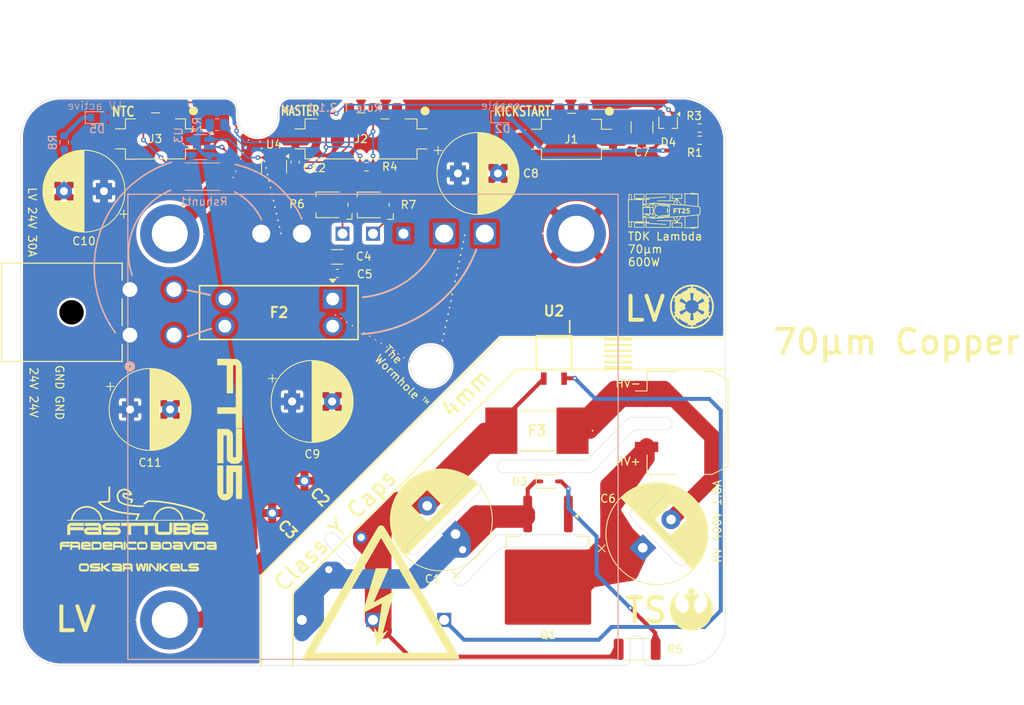
<source format=kicad_pcb>
(kicad_pcb
	(version 20240108)
	(generator "pcbnew")
	(generator_version "8.0")
	(general
		(thickness 1.67)
		(legacy_teardrops no)
	)
	(paper "A4")
	(layers
		(0 "F.Cu" mixed)
		(31 "B.Cu" mixed)
		(32 "B.Adhes" user "B.Adhesive")
		(33 "F.Adhes" user "F.Adhesive")
		(34 "B.Paste" user)
		(35 "F.Paste" user)
		(36 "B.SilkS" user "B.Silkscreen")
		(37 "F.SilkS" user "F.Silkscreen")
		(38 "B.Mask" user)
		(39 "F.Mask" user)
		(40 "Dwgs.User" user "User.Drawings")
		(41 "Cmts.User" user "User.Comments")
		(42 "Eco1.User" user "User.Eco1")
		(43 "Eco2.User" user "User.Eco2")
		(44 "Edge.Cuts" user)
		(45 "Margin" user)
		(46 "B.CrtYd" user "B.Courtyard")
		(47 "F.CrtYd" user "F.Courtyard")
		(48 "B.Fab" user)
		(49 "F.Fab" user)
		(50 "User.1" user)
		(51 "User.2" user)
		(52 "User.3" user)
		(53 "User.4" user)
		(54 "User.5" user)
		(55 "User.6" user)
		(56 "User.7" user)
		(57 "User.8" user)
		(58 "User.9" user)
	)
	(setup
		(stackup
			(layer "F.SilkS"
				(type "Top Silk Screen")
			)
			(layer "F.Paste"
				(type "Top Solder Paste")
			)
			(layer "F.Mask"
				(type "Top Solder Mask")
				(thickness 0.01)
			)
			(layer "F.Cu"
				(type "copper")
				(thickness 0.07)
			)
			(layer "dielectric 1"
				(type "core")
				(thickness 1.51)
				(material "FR4")
				(epsilon_r 4.5)
				(loss_tangent 0.02)
			)
			(layer "B.Cu"
				(type "copper")
				(thickness 0.07)
			)
			(layer "B.Mask"
				(type "Bottom Solder Mask")
				(thickness 0.01)
			)
			(layer "B.Paste"
				(type "Bottom Solder Paste")
			)
			(layer "B.SilkS"
				(type "Bottom Silk Screen")
			)
			(copper_finish "None")
			(dielectric_constraints no)
		)
		(pad_to_mask_clearance 0)
		(allow_soldermask_bridges_in_footprints no)
		(pcbplotparams
			(layerselection 0x00010fc_ffffffff)
			(plot_on_all_layers_selection 0x0000000_00000000)
			(disableapertmacros no)
			(usegerberextensions no)
			(usegerberattributes yes)
			(usegerberadvancedattributes yes)
			(creategerberjobfile no)
			(dashed_line_dash_ratio 12.000000)
			(dashed_line_gap_ratio 3.000000)
			(svgprecision 4)
			(plotframeref no)
			(viasonmask no)
			(mode 1)
			(useauxorigin yes)
			(hpglpennumber 1)
			(hpglpenspeed 20)
			(hpglpendiameter 15.000000)
			(pdf_front_fp_property_popups yes)
			(pdf_back_fp_property_popups yes)
			(dxfpolygonmode yes)
			(dxfimperialunits yes)
			(dxfusepcbnewfont yes)
			(psnegative no)
			(psa4output no)
			(plotreference yes)
			(plotvalue no)
			(plotfptext yes)
			(plotinvisibletext no)
			(sketchpadsonfab no)
			(subtractmaskfromsilk yes)
			(outputformat 1)
			(mirror no)
			(drillshape 0)
			(scaleselection 1)
			(outputdirectory "gerber/")
		)
	)
	(net 0 "")
	(net 1 "/-VIN")
	(net 2 "GND")
	(net 3 "Net-(D4-Pad3)")
	(net 4 "/+VIN")
	(net 5 "+3V3")
	(net 6 "/LV+")
	(net 7 "/3V_buttoncell")
	(net 8 "/TEMP_TSDCDC")
	(net 9 "/HV-in")
	(net 10 "/HV+in")
	(net 11 "/G")
	(net 12 "/~{EN}")
	(net 13 "/LV-")
	(net 14 "/LV_I_measure")
	(net 15 "/I_meas_weak")
	(net 16 "/+S")
	(net 17 "/TRM")
	(net 18 "Net-(D2-A)")
	(net 19 "Net-(D5-K)")
	(net 20 "/Vout+")
	(net 21 "Net-(R3-Pad2)")
	(footprint "Capacitor_SMD:C_1210_3225Metric" (layer "F.Cu") (at 177.6 64.721001 -90))
	(footprint "Resistor_SMD:R_0603_1608Metric" (layer "F.Cu") (at 184.8 64.8))
	(footprint "footprints:VY1471M29Y5UC63V0" (layer "F.Cu") (at 131.388932 112.962876 -45))
	(footprint "footprints:rebellion" (layer "F.Cu") (at 183.77 124.93))
	(footprint "FaSTTUBe_connectors:Micro_Mate-N-Lok_2p_vertical" (layer "F.Cu") (at 168.783 66.21))
	(footprint "Potentiometer_SMD:Potentiometer_Bourns_TC33X_Vertical" (layer "F.Cu") (at 143.92 74.42 180))
	(footprint "Capacitor_THT:CP_Radial_D12.5mm_P5.00mm" (layer "F.Cu") (at 154.3 115.584177 135))
	(footprint "Capacitor_THT:CP_Radial_D10.0mm_P5.00mm" (layer "F.Cu") (at 110.367678 72.7 180))
	(footprint "footprints:9775031360R" (layer "F.Cu") (at 118.59 78.03 180))
	(footprint "LOGO"
		(layer "F.Cu")
		(uuid "36ea3436-548e-4414-bac1-a7348850c228")
		(at 180.33 75.14)
		(property "Reference" "G***"
			(at 0 0 0)
			(layer "F.SilkS")
			(hide yes)
			(uuid "f973503b-fa37-47d9-b20f-d30676bb0e6c")
			(effects
				(font
					(size 1.5 1.5)
					(thickness 0.3)
				)
			)
		)
		(property "Value" "LOGO"
			(at 0.75 0 0)
			(layer "F.SilkS")
			(hide yes)
			(uuid "6387be7f-2b16-465c-8f89-140f5aa812b4")
			(effects
				(font
					(size 1.5 1.5)
					(thickness 0.3)
				)
			)
		)
		(property "Footprint" ""
			(at 0 0 0)
			(layer "F.Fab")
			(hide yes)
			(uuid "715f4f07-c5d3-4aaf-84cf-940e9c524073")
			(effects
				(font
					(size 1.27 1.27)
					(thickness 0.15)
				)
			)
		)
		(property "Datasheet" ""
			(at 0 0 0)
			(layer "F.Fab")
			(hide yes)
			(uuid "41393a24-4ba8-4af2-84c5-5556a5cd9241")
			(effects
				(font
					(size 1.27 1.27)
					(thickness 0.15)
				)
			)
		)
		(property "Description" ""
			(at 0 0 0)
			(layer "F.Fab")
			(hide yes)
			(uuid "47d9374d-4d87-4be0-875b-3451ee135b5f")
			(effects
				(font
					(size 1.27 1.27)
					(thickness 0.15)
				)
			)
		)
		(attr board_only exclude_from_pos_files exclude_from_bom)
		(fp_poly
			(pts
				(xy 2.210106 -0.240934) (xy 2.210106 -0.176067) (xy 2.115122 -0.176067) (xy 2.020138 -0.176067)
				(xy 2.020138 0.088034) (xy 2.020138 0.352134) (xy 1.948322 0.352134) (xy 1.876505 0.352134) (xy 1.876505 0.088034)
				(xy 1.876505 -0.176067) (xy 1.781521 -0.176067) (xy 1.686538 -0.176067) (xy 1.686538 -0.240935)
				(xy 1.686537 -0.305801) (xy 1.948322 -0.305801) (xy 2.210106 -0.305801)
			)
			(stroke
				(width 0)
				(type solid)
			)
			(fill solid)
			(layer "F.SilkS")
			(uuid "7df8e5e8-4ee8-444f-be4a-2fc6df64b466")
		)
		(fp_poly
			(pts
				(xy 1.644837 -0.238617) (xy 1.644837 -0.171435) (xy 1.49657 -0.171434) (xy 1.348303 -0.171434) (xy 1.348303 -0.10425)
				(xy 1.348303 -0.037067) (xy 1.484987 -0.037067) (xy 1.621671 -0.037067) (xy 1.621671 0.030116) (xy 1.621671 0.0973)
				(xy 1.484987 0.0973) (xy 1.348303 0.0973) (xy 1.348303 0.224717) (xy 1.348303 0.352134) (xy 1.27417 0.352134)
				(xy 1.200036 0.352134) (xy 1.200036 0.023167) (xy 1.200037 -0.305801) (xy 1.422437 -0.305801) (xy 1.644836 -0.305801)
			)
			(stroke
				(width 0)
				(type solid)
			)
			(fill solid)
			(layer "F.SilkS")
			(uuid "79488fa3-17fb-4e16-b5f3-2b64540a352f")
		)
		(fp_poly
			(pts
				(xy 2.532179 -0.312678) (xy 2.576155 -0.304473) (xy 2.614922 -0.2894) (xy 2.648 -0.267744) (xy 2.67491 -0.239793)
				(xy 2.695172 -0.205832) (xy 2.704208 -0.181813) (xy 2.708716 -0.159076) (xy 2.7108 -0.130942) (xy 2.71048 -0.100955)
				(xy 2.707773 -0.072656) (xy 2.703574 -0.052464) (xy 2.698715 -0.037255) (xy 2.692926 -0.02316) (xy 2.685517 -0.009402)
				(xy 2.675798 0.004797) (xy 2.663078 0.020215) (xy 2.646666 0.037632) (xy 2.625872 0.057823) (xy 2.600005 0.081568)
				(xy 2.568374 0.109644) (xy 2.53029 0.142829) (xy 2.529931 0.14314) (xy 2.430439 0.229351) (xy 2.575106 0.230575)
				(xy 2.719774 0.231799) (xy 2.719774 0.291967) (xy 2.719774 0.352134) (xy 2.490308 0.352134) (xy 2.260843 0.352134)
				(xy 2.262116 0.277056) (xy 2.263389 0.201979) (xy 2.356056 0.119177) (xy 2.402943 0.077122) (xy 2.443117 0.04073)
				(xy 2.476929 0.009665) (xy 2.504727 -0.016408) (xy 2.526863 -0.037827) (xy 2.543685 -0.054929) (xy 2.555544 -0.06805)
				(xy 2.562789 -0.077524) (xy 2.565176 -0.081851) (xy 2.5716 -0.10729) (xy 2.569746 -0.130812) (xy 2.56056 -0.15134)
				(xy 2.544994 -0.167801) (xy 2.523994 -0.179121) (xy 2.49851 -0.184225) (xy 2.475724 -0.18314) (xy 2.452963 -0.175273)
				(xy 2.433454 -0.159912) (xy 2.418912 -0.1387) (xy 2.413064 -0.123046) (xy 2.407173 -0.101018) (xy 2.367714 -0.103927)
				(xy 2.344598 -0.10571) (xy 2.320508 -0.107692) (xy 2.30031 -0.109471) (xy 2.298702 -0.109622) (xy 2.269145 -0.112408)
				(xy 2.272093 -0.14061) (xy 2.280459 -0.177948) (xy 2.296913 -0.213524) (xy 2.320278 -0.245457) (xy 2.349375 -0.271863)
				(xy 2.357833 -0.277654) (xy 2.388158 -0.29404) (xy 2.420755 -0.305158) (xy 2.458064 -0.31171) (xy 2.483473 -0.313727)
			)
			(stroke
				(width 0)
				(type solid)
			)
			(fill solid)
			(layer "F.SilkS")
			(uuid "c06ae400-d6b0-4739-b2a0-6d35249e5efc")
		)
		(fp_poly
			(pts
				(xy 3.243342 -0.245567) (xy 3.243342 -0.185334) (xy 3.111291 -0.185334) (xy 2.979241 -0.185333)
				(xy 2.979241 -0.135525) (xy 2.979241 -0.085718) (xy 3.035999 -0.085703) (xy 3.075658 -0.084189)
				(xy 3.108746 -0.079239) (xy 3.137528 -0.070212) (xy 3.16427 -0.05647) (xy 3.181956 -0.044466) (xy 3.203555 -0.026318)
				(xy 3.221029 -0.006004) (xy 3.236416 0.019128) (xy 3.246178 0.039116) (xy 3.254238 0.063529) (xy 3.259574 0.09369)
				(xy 3.261941 0.126422) (xy 3.261098 0.158544) (xy 3.257324 0.184609) (xy 3.244399 0.223685) (xy 3.224208 0.260227)
				(xy 3.198098 0.292412) (xy 3.167418 0.318418) (xy 3.150847 0.328502) (xy 3.111135 0.345164) (xy 3.066727 0.356095)
				(xy 3.020478 0.360938) (xy 2.975243 0.359334) (xy 2.945754 0.354196) (xy 2.903627 0.339619) (xy 2.867264 0.317857)
				(xy 2.836999 0.289211) (xy 2.813163 0.253981) (xy 2.79881 0.220868) (xy 2.79432 0.207035) (xy 2.791744 0.197519)
				(xy 2.791552 0.194601) (xy 2.796444 0.193609) (xy 2.808775 0.190877) (xy 2.826961 0.186759) (xy 2.849416 0.181613)
				(xy 2.863407 0.178384) (xy 2.887539 0.172819) (xy 2.908262 0.168078) (xy 2.924002 0.164518) (xy 2.933186 0.162495)
				(xy 2.934883 0.162167) (xy 2.937199 0.166065) (xy 2.941475 0.175947) (xy 2.943919 0.182163) (xy 2.957618 0.206359)
				(xy 2.976856 0.224378) (xy 2.999977 0.235881) (xy 3.025322 0.240528) (xy 3.051235 0.23798) (xy 3.076057 0.227898)
				(xy 3.095075 0.213134) (xy 3.111612 0.190456) (xy 3.120769 0.164235) (xy 3.12262 0.136431) (xy 3.117245 0.108995)
				(xy 3.10472 0.083886) (xy 3.089275 0.066498) (xy 3.070671 0.05315) (xy 3.049056 0.043822) (xy 3.022749 0.038071)
				(xy 2.990066 0.035457) (xy 2.969974 0.03519) (xy 2.940708 0.035905) (xy 2.915232 0.038169) (xy 2.889963 0.042519)
				(xy 2.861313 0.04949) (xy 2.845988 0.053732) (xy 2.835519 0.056704) (xy 2.838042 -0.086323) (xy 2.838768 -0.123978)
				(xy 2.83959 -0.160526) (xy 2.840463 -0.194417) (xy 2.841344 -0.224098) (xy 2.842188 -0.248021) (xy 2.842954 -0.264633)
				(xy 2.843135 -0.267576) (xy 2.845706 -0.305801) (xy 3.044525 -0.305801) (xy 3.243342 -0.305801)
			)
			(stroke
				(width 0)
				(type solid)
			)
			(fill solid)
			(layer "F.SilkS")
			(uuid "5a963cb9-9510-4127-9f96-127e7c222fca")
		)
		(fp_poly
			(pts
				(xy 3.38727 -2.232811) (xy 3.40086 -2.231479) (xy 3.422092 -2.229358) (xy 3.450178 -2.22653) (xy 3.484329 -2.223073)
				(xy 3.523759 -2.219069) (xy 3.567678 -2.214599) (xy 3.615297 -2.209743) (xy 3.66583 -2.204582) (xy 3.718489 -2.199197)
				(xy 3.772484 -2.193667) (xy 3.827029 -2.188075) (xy 3.881335 -2.182501) (xy 3.934614 -2.177024)
				(xy 3.986077 -2.171727) (xy 4.034939 -2.166689) (xy 4.080407 -2.161992) (xy 4.121698 -2.157716)
				(xy 4.158021 -2.153941) (xy 4.188587 -2.150748) (xy 4.200017 -2.149547) (xy 4.234253 -2.145885)
				(xy 4.265408 -2.142435) (xy 4.292316 -2.139335) (xy 4.31381 -2.136726) (xy 4.328722 -2.134745) (xy 4.335885 -2.133532)
				(xy 4.336334 -2.133359) (xy 4.336533 -2.128574) (xy 4.336655 -2.115023) (xy 4.336705 -2.093209)
				(xy 4.336684 -2.063633) (xy 4.336595 -2.026795) (xy 4.33644 -1.983198) (xy 4.336223 -1.933343) (xy 4.335944 -1.877731)
				(xy 4.335608 -1.816864) (xy 4.335216 -1.751243) (xy 4.33477 -1.681369) (xy 4.334273 -1.607743) (xy 4.333728 -1.530869)
				(xy 4.333136 -1.451244) (xy 4.332871 -1.416624) (xy 4.332241 -1.334602) (xy 4.331634 -1.254271)
				(xy 4.33105 -1.176204) (xy 4.330496 -1.10097) (xy 4.329976 -1.029142) (xy 4.329492 -0.961291) (xy 4.329052 -0.897987)
				(xy 4.328655 -0.839801) (xy 4.328308 -0.787305) (xy 4.328013 -0.741071) (xy 4.327776 -0.701668)
				(xy 4.327599 -0.669669) (xy 4.327487 -0.645643) (xy 4.327444 -0.630164) (xy 4.327444 -0.627586)
				(xy 4.327545 -0.55322) (xy 4.37377 -0.54809) (xy 4.419996 -0.542959) (xy 4.484971 -0.483626) (xy 4.505281 -0.464833)
				(xy 4.522986 -0.44798) (xy 4.537024 -0.434118) (xy 4.546333 -0.424295) (xy 4.54985 -0.419562) (xy 4.549855 -0.419489)
				(xy 4.550293 -0.414027) (xy 4.551582 -0.400285) (xy 4.55363 -0.379199) (xy 4.556344 -0.351708) (xy 4.55963 -0.31875)
				(xy 4.563396 -0.281261) (xy 4.567548 -0.240179) (xy 4.571355 -0.202709) (xy 4.592945 0.009267) (xy 4.571355 0.221242)
				(xy 4.566945 0.264663) (xy 4.562841 0.305296) (xy 4.559137 0.342206) (xy 4.555926 0.374453) (xy 4.553301 0.401102)
				(xy 4.551353 0.421213) (xy 4.550178 0.433849) (xy 4.549855 0.438022) (xy 4.546612 0.442512) (xy 4.537531 0.452137)
				(xy 4.523674 0.465847) (xy 4.506105 0.482593) (xy 4.485885 0.501324) (xy 4.484971 0.50216) (xy 4.419997 0.561493)
				(xy 4.373769 0.566623) (xy 4.327545 0.571753) (xy 4.327444 0.646119) (xy 4.327469 0.65926) (xy 4.327563 0.681097)
				(xy 4.327723 0.711058) (xy 4.327945 0.748571) (xy 4.328225 0.793067) (xy 4.328559 0.843974) (xy 4.328943 0.90072)
				(xy 4.329373 0.962734) (xy 4.329846 1.029446) (xy 4.330356 1.100286) (xy 4.330901 1.17468) (xy 4.331477 1.252059)
				(xy 4.332079 1.33185) (xy 4.332704 1.413485) (xy 4.332871 1.435157) (xy 4.333481 1.5158) (xy 4.334047 1.593906)
				(xy 4.334564 1.668978) (xy 4.335032 1.740512) (xy 4.335447 1.808006) (xy 4.335808 1.870958) (xy 4.336111 1.928869)
				(xy 4.336355 1.981237) (xy 4.336537 2.02756) (xy 4.336653 2.067337) (xy 4.336704 2.100067) (xy 4.336685 2.125248)
				(xy 4.336594 2.142379) (xy 4.336429 2.150958) (xy 4.336335 2.151893) (xy 4.331377 2.152884) (xy 4.318367 2.15468)
				(xy 4.298472 2.157138) (xy 4.272859 2.160123) (xy 4.242694 2.163495) (xy 4.209148 2.167117) (xy 4.200017 2.168082)
				(xy 4.172233 2.170992) (xy 4.138346 2.174521) (xy 4.099146 2.178586) (xy 4.055419 2.183108) (xy 4.007954 2.188005)
				(xy 3.957539 2.193199) (xy 3.904962 2.198607) (xy 3.851011 2.204148) (xy 3.796475 2.209742) (xy 3.742141 2.215309)
				(xy 3.688796 2.220768) (xy 3.63723 2.226037) (xy 3.588231 2.231037) (xy 3.542586 2.235687) (xy 3.501083 2.239906)
				(xy 3.464512 2.243614) (xy 3.433658 2.246729) (xy 3.409312 2.249172) (xy 3.39226 2.250859) (xy 3.383291 2.251715)
				(xy 3.382109 2.251806) (xy 3.380255 2.247528) (xy 3.378178 2.23608) (xy 3.376217 2.219545) (xy 3.37545 2.210835)
				(xy 3.3736 2.191763) (xy 3.371439 2.175942) (xy 3.369333 2.165869) (xy 3.368582 2.163999) (xy 3.368194 2.163123)
				(xy 3.367841 2.162336) (xy 3.367055 2.161657) (xy 3.365358 2.161104) (xy 3.362276 2.160697) (xy 3.357337 2.160453)
				(xy 3.350069 2.160392) (xy 3.339994 2.160532) (xy 3.32664 2.16089) (xy 3.309536 2.161487) (xy 3.288204 2.162341)
				(xy 3.26217 2.16347) (xy 3.230964 2.164892) (xy 3.19411 2.166627) (xy 3.151135 2.168692) (xy 3.101565 2.171107)
				(xy 3.044926 2.17389) (xy 2.980744 2.177059) (xy 2.908545 2.180634) (xy 2.827857 2.184632) (xy 2.773776 2.187311)
				(xy 2.723126 2.189773) (xy 2.675244 2.19201) (xy 2.630927 2.19399) (xy 2.590972 2.195683) (xy 2.556177 2.197057)
				(xy 2.52734 2.198081) (xy 2.505257 2.198724) (xy 2.490727 2.198954) (xy 2.484548 2.198738) (xy 2.484397 2.198675)
				(xy 2.482972 2.193086) (xy 2.4815 2.180449) (xy 2.480208 2.162975) (xy 2.479683 2.152716) (xy 2.477796 2.109587)
				(xy 2.502643 2.106603) (xy 2.520245 2.105084) (xy 2.542271 2.103995) (xy 2.563398 2.103579) (xy 2.599307 2.103539)
				(xy 2.599205 2.03983) (xy 2.599136 2.026958) (xy 2.59896 2.005475) (xy 2.598682 1.976034) (xy 2.598313 1.939289)
				(xy 2.597857 1.895895) (xy 2.597323 1.846507) (xy 2.596718 1.791777) (xy 2.596049 1.732363) (xy 2.595323 1.668916)
				(xy 2.594547 1.602089) (xy 2.593729 1.53254) (xy 2.592876 1.460921) (xy 2.592357 1.417804) (xy 2.591488 1.345622)
				(xy 2.590651 1.275356) (xy 2.589851 1.207638) (xy 2.589097 1.143098) (xy 2.588395 1.08237) (xy 2.587752 1.026085)
				(xy 2.587175 0.974875) (xy 2.586672 0.929372) (xy 2.58625 0.890208) (xy 2.585916 0.858015) (xy 2.585677 0.833425)
				(xy 2.585539 0.817069) (xy 2.585508 0.811266) (xy 2.585407 0.763045) (xy 2.477681 0.76615) (xy 2.420738 0.767807)
				(xy 2.372367 0.769264) (xy 2.331872 0.770562) (xy 2.298559 0.771745) (xy 2.271738 0.772854) (xy 2.250712 0.773931)
				(xy 2.234789 0.775018) (xy 2.223275 0.776158) (xy 2.215478 0.777392) (xy 2.210703 0.778764) (xy 2.208257 0.780313)
				(xy 2.207447 0.782084) (xy 2.207419 0.782564) (xy 2.204733 0.787317) (xy 2.196946 0.798996) (xy 2.184444 0.817061)
				(xy 2.167617 0.84097) (xy 2.146849 0.870183) (xy 2.122527 0.90416) (xy 2.09504 0.94236) (xy 2.064773 0.984242)
				(xy 2.032115 1.029266) (xy 1.99745 1.07689) (xy 1.961168 1.126575) (xy 1.960005 1.128165) (xy 1.923623 1.177986)
				(xy 1.888809 1.225823) (xy 1.855956 1.271128) (xy 1.825453 1.313354) (xy 1.797694 1.351955) (xy 1.773068 1.386383)
				(xy 1.751966 1.416092) (xy 1.734781 1.440534) (xy 1.721903 1.459162) (xy 1.713724 1.47143) (xy 1.710635 1.47679)
				(xy 1.710627 1.476824) (xy 1.708624 1.487304) (xy 2.003382 1.487304) (xy 2.298139 1.487304) (xy 2.298144 1.583446)
				(xy 2.298213 1.608384) (xy 2.298406 1.641116) (xy 2.29871 1.680174) (xy 2.299111 1.724089) (xy 2.299595 1.771389)
				(xy 2.300147 1.820606) (xy 2.300755 1.870268) (xy 2.301218 1.905463) (xy 2.304286 2.131339) (xy 1.647305 2.131339)
				(xy 0.990323 2.131339) (xy 0.993195 2.113964) (xy 0.993689 2.106417) (xy 0.994158 2.090423) (xy 0.994594 2.066805)
				(xy 0.99496 2.038672) (xy 1.08875 2.038672) (xy 1.647111 2.038672) (xy 2.205472 2.038672) (xy 2.205472 1.809321)
				(xy 2.205472 1.579971) (xy 1.656421 1.579199) (xy 1.585739 1.579096) (xy 1.517565 1.578991) (xy 1.452484 1.578885)
				(xy 1.391074 1.578779) (xy 1.333918 1.578675) (xy 1.281595 1.578571) (xy 1.234689 1.578472) (xy 1.193778 1.578378)
				(xy 1.159447 1.57829) (xy 1.132272 1.578209) (xy 1.112838 1.578137) (xy 1.101725 1.578074) (xy 1.099261 1.57804)
				(xy 1.097423 1.578408) (xy 1.095875 1.580202) (xy 1.094589 1.584173) (xy 1.093535 1.591074) (xy 1.092682 1.601656)
				(xy 1.091999 1.61667) (xy 1.091456 1.636869) (xy 1.091023 1.663004) (xy 1.090669 1.695827) (xy 1.090364 1.736087)
				(xy 1.090077 1.784539) (xy 1.089951 1.808163) (xy 1.08875 2.038672) (xy 0.99496 2.038672) (xy 0.99499 2.036382)
				(xy 0.995338 1.999975) (xy 0.995631 1.958404) (xy 0.995862 1.912492) (xy 0.996024 1.863057) (xy 0.996108 1.810921)
				(xy 0.996118 1.78963) (xy 0.996169 1.482671) (xy 1.242123 1.482671) (xy 1.291787 1.482595) (xy 1.337431 1.482378)
				(xy 1.378334 1.48203) (xy 1.413769 1.481564) (xy 1.443013 1.480992) (xy 1.465339 1.480327) (xy 1.480024 1.47958)
				(xy 1.486341 1.478764) (xy 1.486531 1.478558) (xy 1.484152 1.47334) (xy 1.478357 1.461039) (xy 1.469747 1.442919)
				(xy 1.458926 1.420247) (xy 1.446495 1.394288) (xy 1.441011 1.382862) (xy 1.397037 1.291279) (xy 1.283478 1.294298)
				(xy 1.249685 1.295057) (xy 1.208904 1.295746) (xy 1.163413 1.296342) (xy 1.11549 1.296818) (xy 1.067413 1.297151)
				(xy 1.021462 1.297314) (xy 1.006594 1.297327) (xy 0.843269 1.297337) (xy 0.843269 1.721288) (xy 0.843269 2.145239)
				(xy -0.708148 2.145239) (xy -2.259563 2.145239) (xy -2.262634 1.935978) (xy -2.263315 1.886185)
				(xy -2.263944 1.833688) (xy -2.264503 1.780411) (xy -2.264976 1.728276) (xy -2.265345 1.679207)
				(xy -2.265592 1.635127) (xy -2.265702 1.59796) (xy -2.265706 1.590794) (xy -2.265739 1.55167) (xy -2.265876 1.520834)
				(xy -2.266173 1.497306) (xy -2.266692 1.480108) (xy -2.26749 1.46826) (xy -2.268626 1.460783) (xy -2.270157 1.456697)
				(xy -2.272141 1.455025) (xy -2.273814 1.454766) (xy -2.280294 1.454537) (xy -2.294854 1.453935)
				(xy -2.316319 1.453013) (xy -2.343512 1.451821) (xy -2.37526 1.450411) (xy -2.410382 1.448834) (xy -2.43019 1.447939)
				(xy -2.468142 1.446262) (xy -2.504686 1.44473) (xy -2.538371 1.443397) (xy -2.567745 1.442318) (xy -2.591357 1.441547)
				(xy -2.607758 1.441142) (xy -2.612049 1.441093) (xy -2.64564 1.44097) (xy -2.64564 1.468771) (xy -2.645639 1.496571)
				(xy -2.525331 1.496571) (xy -2.405021 1.496571) (xy -2.403705 1.805846) (xy -2.403515 1.858546)
				(xy -2.403401 1.908502) (xy -2.40336 1.954946) (xy -2.40339 1.997109) (xy -2.403489 2.034222) (xy -2.403653 2.065515)
				(xy -2.403881 2.090221) (xy -2.404171 2.107569) (xy -2.404518 2.116791) (xy -2.404706 2.118106)
				(xy -2.409529 2.11848) (xy -2.423095 2.118886) (xy -2.44488 2.119321) (xy -2.474362 2.119778) (xy -2.511016 2.120253)
				(xy -2.554319 2.12074) (xy -2.603749 2.121235) (xy -2.658781 2.121732) (xy -2.718891 2.122227) (xy -2.783558 2.122715)
				(xy -2.852257 2.12319) (xy -2.924462 2.123648) (xy -2.999654 2.124083) (xy -3.0638 2.124423) (xy -3.720577 2.127757)
				(xy -3.720577 1.81448) (xy -3.720577 1.593871) (xy -3.62791 1.593871) (xy -3.62791 1.814711) (xy -3.62791 2.03555)
				(xy -3.411698 2.032478) (xy -3.369215 2.031948) (xy -3.31891 2.031448) (xy -3.262228 2.030984) (xy -3.200615 2.030565)
				(xy -3.135516 2.030198) (xy -3.068375 2.029891) (xy -3.000637 2.029653) (xy -2.933749 2.02949) (xy -2.869154 2.029412)
				(xy -2.846385 2.029405) (xy -2.497283 2.029405) (xy -2.498486 1.81048) (xy -2.49969 1.591554) (xy -2.537915 1.591676)
				(xy -2.547579 1.591701) (xy -2.565869 1.591743) (xy -2.592146 1.591801) (xy -2.62577 1.591872) (xy -2.666099 1.591957)
				(xy -2.712496 1.592053) (xy -2.764319 1.592159) (xy -2.820929 1.592274) (xy -2.881685 1.592396)
				(xy -2.945948 1.592525) (xy -3.013077 1.592659) (xy -3.082432 1.592796) (xy -3.102025 1.592834)
				(xy -3.62791 1.593871) (xy -3.720577 1.593871) (xy -3.720577 1.501204) (xy -3.654551 1.501183) (xy -3.624666 1.500936)
				(xy -3.592334 1.500279) (xy -3.561481 1.499312) (xy -3.536401 1.498158) (xy -3.484276 1.495155)
				(xy -3.484276 1.468063) (xy -3.484276 1.44097) (xy -3.740716 1.44097) (xy -3.997156 1.44097) (xy -4.000524 1.764101)
				(xy -4.001097 1.817922) (xy -4.001663 1.868962) (xy -4.002214 1.916476) (xy -4.002738 1.959718)
				(xy -4.003227 1.997942) (xy -4.00367 2.030405) (xy -4.004058 2.056359) (xy -4.004382 2.07506) (xy -4.004631 2.085762)
				(xy -4.004755 2.088096) (xy -4.009616 2.088576) (xy -4.02259 2.089168) (xy -4.042528 2.089847) (xy -4.068278 2.090589)
				(xy -4.098689 2.091373) (xy -4.132609 2.092176) (xy -4.168888 2.092974) (xy -4.206373 2.093745)
				(xy -4.243913 2.094466) (xy -4.28036 2.095114) (xy -4.314559 2.095667) (xy -4.34536 2.096101) (xy -4.371612 2.096393)
				(xy -4.392163 2.096521) (xy -4.405862 2.096463) (xy -4.411559 2.096194) (xy -4.41163 2.096166) (xy -4.412287 2.091243)
				(xy -4.412909 2.077802) (xy -4.413489 2.056593) (xy -4.414016 2.028365) (xy -4.414482 1.993867)
				(xy -4.414878 1.953848) (xy -4.415193 1.909058) (xy -4.415422 1.860246) (xy -4.415551 1.808161)
				(xy -4.415578 1.769665) (xy -4.415578 1.445919) (xy -4.322912 1.44592) (xy -4.322911 1.632667) (xy -4.32283 1.677998)
				(xy -4.322597 1.724363) (xy -4.322233 1.770035) (xy -4.321755 1.813286) (xy -4.321184 1.852391)
				(xy -4.320538 1.885623) (xy -4.319861 1.910511) (xy -4.31681 2.001605) (xy -4.27237 2.001588) (xy -4.250095 2.001348)
				(xy -4.222113 2.000707) (xy -4.191967 1.999762) (xy -4.163205 1.99861) (xy -4.162654 1.998585) (xy -4.09738 1.995599)
				(xy -4.094329 1.722449) (xy -4.093807 1.672987) (xy -4.093375 1.626306) (xy -4.093037 1.583227)
				(xy -4.092796 1.544568) (xy -4.092653 1.51115) (xy -4.092615 1.483793) (xy -4.092685 1.463316) (xy -4.092866 1.450539)
				(xy -4.09313 1.446294) (xy -4.09808 1.445515) (xy -4.111021 1.444917) (xy -4.130668 1.444519) (xy -4.155749 1.444338)
				(xy -4.184984 1.444394) (xy -4.208947 1.444604) (xy -4.322912 1.44592) (xy -4.415578 1.445919) (xy -4.415578 1.445604)
				(xy -4.44609 1.445604) (xy -4.476601 1.445603) (xy -4.472918 1.340195) (xy -4.472551 1.32484) (xy -4.472203 1.300703)
				(xy -4.471875 1.268271) (xy -4.471567 1.22803) (xy -4.471279 1.180464) (xy -4.47101 1.126058) (xy -4.470761 1.065302)
				(xy -4.470532 0.998677) (xy -4.470323 0.92667) (xy -4.470132 0.849767) (xy -4.469964 0.768454) (xy -4.469814 0.683216)
				(xy -4.469683 0.594538) (xy -4.469572 0.502907) (xy -4.469482 0.408808) (xy -4.469412 0.312726)
				(xy -4.469361 0.215146) (xy -4.469329 0.116557) (xy -4.469318 0.017441) (xy -4.469319 0.009267)
				(xy -4.376195 0.009267) (xy -4.376195 1.348304) (xy -3.921735 1.348303) (xy -3.84542 1.348265) (xy -3.763054 1.348156)
				(xy -3.676284 1.347978) (xy -3.586755 1.34774) (xy -3.496112 1.347448) (xy -3.4755 1.34737) (xy -2.566874 1.347369)
				(xy -2.510115 1.350271) (xy -2.485398 1.351507) (xy -2.454562 1.353009) (xy -2.420743 1.354622)
				(xy -2.387079 1.356201) (xy -2.369956 1.35699) (xy -2.342439 1.358262) (xy -2.317591 1.359435) (xy -2.297116 1.360426)
				(xy -2.28272 1.361153) (xy -2.27648 1.361507) (xy -2.266404 1.362204) (xy -2.268995 1.099261) (xy -2.269489 1.050816)
				(xy -2.269988 1.005216) (xy -2.270479 0.963292) (xy -2.270952 0.925869) (xy -2.271395 0.893779)
				(xy -2.271407 0.893007) (xy -2.176597 0.893007) (xy -2.176496 0.920555) (xy -2.176287 0.953996)
				(xy -2.175973 0.992488) (xy -2.175561 1.035186) (xy -2.175055 1.081248) (xy -2.174701 1.110891)
				(xy -2.17154 1.365972) (xy -2.129432 1.368977) (xy -2.067771 1.373609) (xy -2.010185 1.378392) (xy -1.957281 1.383255)
				(xy -1.909674 1.388125) (xy -1.867971 1.39293) (xy -1.832783 1.397595) (xy -1.80472 1.40205) (xy -1.784393 1.406223)
				(xy -1.772412 1.410037) (xy -1.769774 1.411753) (xy -1.769529 1.417538) (xy -1.771735 1.42998) (xy -1.775956 1.446925)
				(xy -1.778921 1.457187) (xy -1.785239 1.477077) (xy -1.790133 1.489488) (xy -1.794401 1.495928)
				(xy -1.798845 1.497914) (xy -1.800426 1.497857) (xy -1.808153 1.49683) (xy -1.823059 1.494741) (xy -1.843149 1.491874)
				(xy -1.866434 1.488511) (xy -1.871871 1.48772) (xy -1.897523 1.484335) (xy -1.929466 1.480654) (xy -1.964746 1.476986)
				(xy -2.000406 1.473642) (xy -2.027089 1.471419) (xy -2.057452 1.46905) (xy -2.086497 1.466764) (xy -2.112259 1.464717)
				(xy -2.132778 1.463064) (xy -2.146087 1.461962) (xy -2.146397 1.461935) (xy -2.173039 1.459646)
				(xy -2.173039 1.489692) (xy -2.172691 1.506113) (xy -2.171285 1.515262) (xy -2.168279 1.519122)
				(xy -2.164797 1.519737) (xy -2.158723 1.520031) (xy -2.144281 1.520874) (xy -2.12235 1.522213) (xy -2.093809 1.52399)
				(xy -2.059538 1.526152) (xy -2.020415 1.528643) (xy -1.977319 1.531407) (xy -1.93113 1.534389) (xy -1.906488 1.535988)
				(xy -1.854929 1.539338) (xy -1.80268 1.542728) (xy -1.751135 1.546071) (xy -1.701688 1.549275) (xy -1.655732 1.55225)
				(xy -1.614661 1.554907) (xy -1.579869 1.557154) (xy -1.552749 1.558901) (xy -1.549854 1.559087)
				(xy -1.519396 1.561047) (xy -1.481663 1.56348) (xy -1.438624 1.566258) (xy -1.392251 1.569254) (xy -1.344516 1.57234)
				(xy -1.297389 1.575391) (xy -1.264903 1.577495) (xy -1.217015 1.580596) (xy -1.16498 1.583963) (xy -1.111213 1.587439)
				(xy -1.058137 1.590868) (xy -1.008165 1.594093) (xy -0.963719 1.596959) (xy -0.942887 1.598301)
				(xy -0.897305 1.601236) (xy -0.845716 1.60456) (xy -0.791355 1.608063) (xy -0.737462 1.611537) (xy -0.687275 1.614773)
				(xy -0.655619 1.616816) (xy -0.610848 1.619703) (xy -0.559926 1.622982) (xy -0.505948 1.626455)
				(xy -0.452011 1.629924) (xy -0.401211 1.633186) (xy -0.363718 1.635592) (xy -0.328419 1.637861)
				(xy -0.285555 1.640625) (xy -0.236806 1.643776) (xy -0.183852 1.647202) (xy -0.128376 1.650799)
				(xy -0.072057 1.654455) (xy -0.016577 1.658062) (xy 0.031407 1.661186) (xy 0.078504 1.664246) (xy 0.122931 1.667115)
				(xy 0.163807 1.669738) (xy 0.200251 1.672059) (xy 0.231381 1.674022) (xy 0.256316 1.675572) (xy 0.274174 1.676652)
				(xy 0.284073 1.677206) (xy 0.285714 1.677271) (xy 0.289145 1.678355) (xy 0.291125 1.682707) (xy 0.291847 1.691981)
				(xy 0.291504 1.70783) (xy 0.290854 1.721421) (xy 0.289553 1.740799) (xy 0.287959 1.756543) (xy 0.286321 1.766454)
				(xy 0.285478 1.768637) (xy 0.280651 1.768608) (xy 0.266958 1.768) (xy 0.24478 1.766836) (xy 0.214499 1.765141)
				(xy 0.176497 1.762937) (xy 0.131153 1.76025) (xy 0.078851 1.757101) (xy 0.019972 1.753516) (xy -0.045106 1.749517)
				(xy -0.115998 1.745128) (xy -0.192324 1.740372) (xy -0.273703 1.735274) (xy -0.359753 1.729857)
				(xy -0.450093 1.724144) (xy -0.544342 1.718159) (xy -0.642118 1.711925) (xy -0.743041 1.705468)
				(xy -0.846728 1.698808) (xy -0.944155 1.692531) (xy -1.050013 1.6857) (xy -1.153439 1.679031) (xy -1.254052 1.67255)
				(xy -1.351472 1.666279) (xy -1.445319 1.660243) (xy -1.535212 1.654466) (xy -1.620772 1.648974)
				(xy -1.701618 1.643789) (xy -1.77737 1.638936) (xy -1.847648 1.634441) (xy -1.912071 1.630326) (xy -1.97026 1.626617)
				(xy -2.021834 1.623337) (xy -2.066412 1.620512) (xy -2.103615 1.618164) (xy -2.133063 1.61632) (xy -2.154375 1.615002)
				(xy -2.167171 1.614236) (xy -2.171095 1.614039) (xy -2.171128 1.618662) (xy -2.171074 1.631645)
				(xy -2.170943 1.652082) (xy -2.170742 1.679067) (xy -2.170476 1.711694) (xy -2.170155 1.749057)
				(xy -2.169782 1.790249) (xy -2.169374 1.833647) (xy -2.167282 2.052572) (xy -0.707684 2.052572)
				(xy 0.751913 2.052572) (xy 0.748501 1.676113) (xy 0.747965 1.617934) (xy 0.747438 1.562492) (xy 0.746927 1.510476)
				(xy 0.746439 1.462575) (xy 0.745982 1.419482) (xy 0.745565 1.381879) (xy 0.745193 1.350461) (xy 0.744876 1.325917)
				(xy 0.74462 1.308934) (xy 0.744433 1.300203) (xy 0.74437 1.299146) (xy 0.739738 1.29906) (xy 0.726314 1.298912)
				(xy 0.704572 1.298707) (xy 0.674985 1.29845) (xy 0.63803 1.298141) (xy 0.594179 1.297786) (xy 0.543907 1.297389)
				(xy 0.487688 1.296953) (xy 0.425996 1.296482) (xy 0.359306 1.295979) (xy 0.288092 1.295448) (xy 0.212828 1.294894)
				(xy 0.133988 1.294318) (xy 0.052047 1.293726) (xy -0.032522 1.293121) (xy -0.050967 1.292989) (xy -0.136082 1.292366)
				(xy -0.218697 1.291727) (xy -0.298338 1.291076) (xy -0.374525 1.29042) (xy -0.446785 1.289762) (xy -0.51464 1.289109)
				(xy -0.577615 1.288467) (xy -0.635234 1.287838) (xy -0.687017 1.287229) (xy -0.732492 1.286647)
				(xy -0.771182 1.286094) (xy -0.80261 1.285578) (xy -0.8263 1.285103) (xy -0.841774 1.284674) (xy -0.848559 1.284296)
				(xy -0.848834 1.284224) (xy -0.849966 1.278521) (xy -0.850313 1.265798) (xy -0.849853 1.248265)
				(xy -0.849272 1.23771) (xy -0.84646 1.194313) (xy -0.241371 1.198332) (xy -0.165921 1.198806) (xy -0.087571 1.199245)
				(xy -0.006827 1.199647) (xy 0.075804 1.200015) (xy 0.159817 1.200345) (xy 0.244705 1.200641) (xy 0.329962 1.2009)
				(xy 0.415083 1.201123) (xy 0.49956 1.201308) (xy 0.582888 1.201456) (xy 0.664561 1.201569) (xy 0.744073 1.201645)
				(xy 0.820918 1.20168) (xy 0.894589 1.201678) (xy 0.964581 1.20164) (xy 1.030387 1.201562) (xy 1.091501 1.201446)
				(xy 1.147417 1.20129) (xy 1.19763 1.201096) (xy 1.241632 1.200862) (xy 1.278919 1.200589) (xy 1.308983 1.200276)
				(xy 1.331319 1.199923) (xy 1.34542 1.19953) (xy 1.35078 1.199096) (xy 1.350806 1.199078) (xy 1.349214 1.19475)
				(xy 1.344123 1.183101) (xy 1.336024 1.165174) (xy 1.325408 1.142014) (xy 1.312764 1.114663) (xy 1.298583 1.084164)
				(xy 1.283355 1.051563) (xy 1.26757 1.0179) (xy 1.251718 0.984222) (xy 1.23629 0.951571) (xy 1.221776 0.920988)
				(xy 1.208665 0.893521) (xy 1.197449 0.87021) (xy 1.188618 0.852101) (xy 1.18266 0.840235) (xy 1.180095 0.835685)
				(xy 1.175226 0.835695) (xy 1.161554 0.836353) (xy 1.139522 0.83763) (xy 1.10957 0.839495) (xy 1.07214 0.84192)
				(xy 1.027672 0.844876) (xy 0.976607 0.848331) (xy 0.919386 0.852257) (xy 0.85645 0.856627) (xy 0.788239 0.861409)
				(xy 0.715194 0.866573) (xy 0.685735 0.868667) (xy 0.663095 0.870269) (xy 0.632355 0.872428) (xy 0.594658 0.875065)
				(xy 0.551149 0.8781) (xy 0.502971 0.881454) (xy 0.451269 0.885047) (xy 0.397186 0.888799) (xy 0.341867 0.89263)
				(xy 0.286456 0.896461) (xy 0.284951 0.896566) (xy 0.176937 0.90403) (xy 0.077696 0.910891) (xy -0.013246 0.917182)
				(xy -0.09636 0.922935) (xy -0.172119 0.928184) (xy -0.240997 0.932962) (xy -0.303464 0.9373) (xy -0.359995 0.941234)
				(xy -0.411061 0.944794) (xy -0.457135 0.948013) (xy -0.49869 0.950924) (xy -0.536198 0.953561) (xy -0.549051 0.954467)
				(xy -0.578891 0.956562) (xy -0.616558 0.95919) (xy -0.660642 0.962254) (xy -0.709728 0.965655) (xy -0.7624 0.969296)
				(xy -0.817245 0.973079) (xy -0.872847 0.976906) (xy -0.927792 0.980679) (xy -0.949836 0.98219) (xy -1.01286 0.986511)
				(xy -1.067275 0.990257) (xy -1.113708 0.993486) (xy -1.152795 0.996259) (xy -1.185167 0.998635)
				(xy -1.211458 1.000672) (xy -1.232301 1.002429) (xy -1.248327 1.003966) (xy -1.26017 1.005342) (xy -1.268462 1.006617)
				(xy -1.273837 1.007848) (xy -1.276926 1.009095) (xy -1.278363 1.010417) (xy -1.27878 1.011874) (xy -1.278804 1.012926)
				(xy -1.282603 1.018344) (xy -1.286912 1.019325) (xy -1.292531 1.018476) (xy -1.306619 1.016012)
				(xy -1.328539 1.012051) (xy -1.357656 1.006711) (xy -1.393335 1.000111) (xy -1.434941 0.992369)
				(xy -1.481838 0.983603) (xy -1.533392 0.973932) (xy -1.588967 0.963474) (xy -1.647926 0.952347)
				(xy -1.709637 0.94067) (xy -1.734781 0.935903) (xy -1.797241 0.924076) (xy -1.857088 0.912784) (xy -1.913699 0.902139)
				(xy -1.953465 0.894691) (xy -1.182718 0.894691) (xy -1.181463 0.896526) (xy -1.178384 0.896375)
				(xy -1.172445 0.895435) (xy -1.157826 0.893191) (xy -1.135011 0.889716) (xy -1.104486 0.885085)
				(xy -1.066734 0.879368) (xy -1.022239 0.87264) (xy -0.971486 0.864975) (xy -0.914959 0.856444) (xy -0.853143 0.847121)
				(xy -0.786521 0.837079) (xy -0.736248 0.829506) (xy 1.283437 0.829506) (xy 1.285371 0.83409) (xy 1.290948 0.846313)
				(xy 1.299823 0.865444) (xy 1.311656 0.890755) (xy 1.326103 0.921518) (xy 1.342822 0.957002) (xy 1.361471 0.99648)
				(xy 1.381708 1.039222) (xy 1.403189 1.0845) (xy 1.404312 1.086863) (xy 1.426648 1.133895) (xy 1.448401 1.179705)
				(xy 1.46914 1.223387) (xy 1.488433 1.264033) (xy 1.50585 1.300734) (xy 1.52096 1.332582) (xy 1.53333 1.358667)
				(xy 1.542531 1.378082) (xy 1.547623 1.388845) (xy 1.556963 1.407744) (xy 1.565324 1.423077) (xy 1.571732 1.433155)
				(xy 1.575015 1.436337) (xy 1.580188 1.435472) (xy 1.580479 1.435179) (xy 1.580745 1.430338) (xy 1.581201 1.417174)
				(xy 1.581825 1.396605) (xy 1.582595 1.369556) (xy 1.58344 1.338627) (xy 1.677952 1.338627) (xy 1.678207 1.349718)
				(xy 1.678783 1.352937) (xy 1.681828 1.348916) (xy 1.689917 1.337994) (xy 1.702623 1.320751) (xy 1.719521 1.297767)
				(xy 1.740185 1.269622) (xy 1.764191 1.236896) (xy 1.791111 1.200169) (xy 1.820521 1.160021) (xy 1.851995 1.117032)
				(xy 1.885108 1.071782) (xy 1.889579 1.065669) (xy 1.9228 1.020219) (xy 1.954356 0.976973) (xy 1.983829 0.936509)
				(xy 2.010802 0.899402) (xy 2.034857 0.866229) (xy 2.055579 0.837567) (xy 2.072549 0.813991) (xy 2.085351 0.796077)
				(xy 2.093565 0.784403) (xy 2.096777 0.779544) (xy 2.096803 0.77944) (xy 2.092053 0.779288) (xy 2.079195 0.779455)
				(xy 2.059383 0.779902) (xy 2.033769 0.780591) (xy 2.003504 0.78148) (xy 1.969743 0.782532) (xy 1.933637 0.783705)
				(xy 1.896338 0.784961) (xy 1.859 0.786261) (xy 1.822775 0.787565) (xy 1.788815 0.788832) (xy 1.758272 0.790024)
				(xy 1.7323 0.791103) (xy 1.712051 0.792025) (xy 1.698677 0.792754) (xy 1.693331 0.79325) (xy 1.693288 0.793274)
				(xy 1.692863 0.798069) (xy 1.692256 0.811168) (xy 1.691498 0.83161) (xy 1.690619 0.858433) (xy 1.68965 0.890677)
				(xy 1.688622 0.92738) (xy 1.687565 0.967583) (xy 1.686964 0.991606) (xy 1.685818 1.037429) (xy 1.684622 1.083742)
				(xy 1.683421 1.128973) (xy 1.682258 1.171551) (xy 1.681174 1.209907) (xy 1.680215 1.242468) (xy 1.67942 1.267665)
				(xy 1.679281 1.271853) (xy 1.678498 1.298287) (xy 1.678052 1.321014) (xy 1.677952 1.338627) (xy 1.58344 1.338627)
				(xy 1.583486 1.336946) (xy 1.584477 1.299698) (xy 1.585544 1.258732) (xy 1.586665 1.214971) (xy 1.587817 1.169336)
				(xy 1.588978 1.122747) (xy 1.590124 1.076128) (xy 1.591233 1.030398) (xy 1.592282 0.98648) (xy 1.593248 0.945295)
				(xy 1.594108 0.907765) (xy 1.594839 0.874811) (xy 1.59542 0.847353) (xy 1.595825 0.826315) (xy 1.596035 0.812617)
				(xy 1.596025 0.807181) (xy 1.596013 0.807129) (xy 1.591202 0.806917) (xy 1.578503 0.807354) (xy 1.559214 0.808346)
				(xy 1.534635 0.809802) (xy 1.506062 0.811628) (xy 1.474798 0.813732) (xy 1.442139 0.816019) (xy 1.409386 0.818398)
				(xy 1.377836 0.820775) (xy 1.348789 0.823057) (xy 1.323544 0.825151) (xy 1.303399 0.826965) (xy 1.289654 0.828405)
				(xy 1.283607 0.829379) (xy 1.283437 0.829506) (xy -0.736248 0.829506) (xy -0.715578 0.826391) (xy -0.714841 0.82628)
				(xy -0.081856 0.82628) (xy -0.08122 0.829034) (xy -0.078767 0.829369) (xy -0.074953 0.827674) (xy -0.075678 0.82628)
				(xy -0.081177 0.825725) (xy -0.081856 0.82628) (xy -0.714841 0.82628) (xy -0.698092 0.823757) (xy -0.055333 0.823758)
				(xy -0.054628 0.823962) (xy -0.053461 0.824142) (xy -0.053284 0.824173) (xy -0.048025 0.823996)
				(xy -0.034245 0.823225) (xy -0.012669 0.821909) (xy 0.01598 0.820095) (xy 0.050977 0.817829) (xy 0.0916 0.81516)
				(xy 0.137123 0.812133) (xy 0.186823 0.808798) (xy 0.239976 0.8052) (xy 0.295858 0.801388) (xy 0.301167 0.801024)
				(xy 0.35717 0.797173) (xy 0.410437 0.793485) (xy 0.460255 0.790012) (xy 0.505907 0.786803) (xy 0.546678 0.783911)
				(xy 0.581854 0.781386) (xy 0.610719 0.779279) (xy 0.632557 0.777641) (xy 0.646656 0.776524) (xy 0.652295 0.775979)
				(xy 0.652368 0.775957) (xy 0.652881 0.771144) (xy 0.652861 0.75965) (xy 0.652367 0.745275) (xy 0.650985 0.715685)
				(xy 0.308117 0.767524) (xy 0.241453 0.777602) (xy 0.18337 0.786385) (xy 0.13329 0.793962) (xy 0.090632 0.800424)
				(xy 0.054816 0.805864) (xy 0.025264 0.81037) (xy 0.001391 0.814035) (xy -0.017378 0.816949) (xy -0.031626 0.819203)
				(xy -0.041931 0.820888) (xy -0.048874 0.822095) (xy -0.053036 0.822915) (xy -0.054995 0.823439)
				(xy -0.055333 0.823758) (xy -0.698092 0.823757) (xy -0.640798 0.815131) (xy -0.562666 0.803369)
				(xy -0.481666 0.791184) (xy -0.398281 0.778643) (xy -0.396152 0.778323) (xy -0.312822 0.765789)
				(xy -0.231929 0.753612) (xy -0.153952 0.741866) (xy -0.07937 0.730622) (xy -0.008663 0.719953) (xy 0.057691 0.709931)
				(xy 0.119212 0.70063) (xy 0.175421 0.692122) (xy 0.225839 0.684478) (xy 0.269988 0.677773) (xy 0.307385 0.672078)
				(xy 0.337554 0.667466) (xy 0.360016 0.664009) (xy 0.37429 0.66178) (xy 0.379898 0.660851) (xy 0.379933 0.660843)
				(xy 0.379681 0.659793) (xy 0.371923 0.658943) (xy 0.361401 0.658553) (xy 0.351224 0.658321) (xy 0.332934 0.657854)
				(xy 0.307679 0.657181) (xy 0.276607 0.656335) (xy 0.24087 0.655346) (xy 0.201615 0.654247) (xy 0.159991 0.653069)
				(xy 0.14595 0.652668) (xy -0.035966 0.647471) (xy 0.463161 0.647471) (xy 0.464457 0.648002) (xy 0.468971 0.6478)
				(xy 0.477786 0.646748) (xy 0.491989 0.644728) (xy 0.51266 0.641622) (xy 0.540888 0.637315) (xy 0.557558 0.634768)
				(xy 0.585496 0.63052) (xy 0.610203 0.626796) (xy 0.630254 0.623808) (xy 0.644228 0.621767) (xy 0.650701 0.620886)
				(xy 0.65095 0.620868) (xy 0.651895 0.616547) (xy 0.652659 0.604829) (xy 0.653155 0.587586) (xy 0.653302 0.569902)
				(xy 0.653116 0.549421) (xy 0.652612 0.532869) (xy 0.651873 0.522117) (xy 0.651112 0.518935) (xy 0.646895 0.521416)
				(xy 0.636334 0.528274) (xy 0.620721 0.538634) (xy 0.601344 0.551622) (xy 0.579495 0.566359) (xy 0.556463 0.58197)
				(xy 0.533539 0.59758) (xy 0.512012 0.612312) (xy 0.493174 0.625292) (xy 0.478313 0.635642) (xy 0.468721 0.642488)
				(xy 0.465883 0.644679) (xy 0.463998 0.646325) (xy 0.463161 0.647471) (xy -0.035966 0.647471) (xy -0.044017 0.647241)
				(xy -0.342868 0.713284) (xy -0.641718 0.779327) (xy -0.79171 0.701927) (xy -0.941701 0.624528) (xy -0.952061 0.63544)
				(xy -0.958763 0.642655) (xy -0.970295 0.655237) (xy -0.985283 0.671674) (xy -1.002345 0.690454)
				(xy -1.010663 0.699635) (xy -1.029669 0.720613) (xy -1.052872 0.746197) (xy -1.078235 0.774147)
				(xy -1.10372 0.802214) (xy -1.125194 0.825849) (xy -1.147108 0.850096) (xy -1.163247 0.868347) (xy -1.174181 0.881358)
				(xy -1.180482 0.889888) (xy -1.182718 0.894691) (xy -1.953465 0.894691) (xy -1.966451 0.892259)
				(xy -2.014719 0.883261) (xy -2.057883 0.875255) (xy -2.095319 0.868362) (xy -2.126404 0.862694)
				(xy -2.150514 0.858368) (xy -2.167027 0.855498) (xy -2.175319 0.854201) (xy -2.1762 0.854152) (xy -2.176454 0.858961)
				(xy -2.176585 0.872194) (xy -2.176597 0.893007) (xy -2.271407 0.893007) (xy -2.271795 0.867849)
				(xy -2.272146 0.848908) (xy -2.272431 0.837785) (xy -2.272596 0.835072) (xy -2.277392 0.833628)
				(xy -2.289081 0.831061) (xy -2.305417 0.827789) (xy -2.324157 0.82423) (xy -2.343055 0.820802) (xy -2.359866 0.817926)
				(xy -2.372344 0.816017) (xy -2.377783 0.815469) (xy -2.382814 0.819107) (xy -2.392881 0.829655)
				(xy -2.407524 0.846565) (xy -2.426279 0.869288) (xy -2.448687 0.897275) (xy -2.474284 0.929976)
				(xy -2.476209 0.932461) (xy -2.566789 1.049453) (xy -2.566831 1.198412) (xy -2.566874 1.347369)
				(xy -3.4755 1.34737) (xy -3.406 1.347107) (xy -3.318066 1.346724) (xy -3.233955 1.346302) (xy -3.155312 1.345851)
				(xy -3.083782 1.345375) (xy -3.063408 1.345223) (xy -2.65954 1.342143) (xy -2.65954 1.193095) (xy -2.659611 1.156856)
				(xy -2.659812 1.123653) (xy -2.660124 1.094605) (xy -2.660532 1.070826) (xy -2.661017 1.053434)
				(xy -2.661562 1.043545) (xy -2.661898 1.041688) (xy -2.662145 1.036887) (xy -2.662378 1.023326)
				(xy -2.662596 1.001515) (xy -2.662801 0.97196) (xy -2.662992 0.935172) (xy -2.663169 0.891656) (xy -2.663333 0.841922)
				(xy -2.663387 0.821797) (xy -2.566931 0.821797) (xy -2.566874 0.839408) (xy -2.566709 0.860783)
				(xy -2.566259 0.878075) (xy -2.565592 0.889598) (xy -2.564775 0.893659) (xy -2.564714 0.89362) (xy -2.561236 0.889331)
				(xy -2.553244 0.879122) (xy -2.541861 0.864434) (xy -2.528206 0.846706) (xy -2.52539 0.843039) (xy -2.488226 0.794619)
				(xy -2.517125 0.789043) (xy -2.537582 0.785026) (xy -2.55152 0.783122) (xy -2.560182 0.78459) (xy -2.56481 0.790688)
				(xy -2.566646 0.80267) (xy -2.566931 0.821797) (xy -2.663387 0.821797) (xy -2.663482 0.786477) (xy -2.663609 0.729562)
				(xy -2.298883 0.729562) (xy -2.297915 0.732277) (xy -2.293989 0.733811) (xy -2.293506 0.733928)
				(xy -2.287109 0.735232) (xy -2.272369 0.738108) (xy -2.250048 0.742409) (xy -2.220911 0.747991)
				(xy -2.185719 0.754708) (xy -2.145236 0.762415) (xy -2.100225 0.770966) (xy -2.051449 0.780215)
				(xy -1.999671 0.790016) (xy -1.962222 0.797097) (xy -1.907812 0.807388) (xy -1.855122 0.817375)
				(xy -1.805011 0.826891) (xy -1.75834 0.835776) (xy -1.715968 0.843863) (xy -1.678754 0.850987) (xy -1.647558 0.856987)
				(xy -1.623239 0.861696) (xy -1.606655 0.864951) (xy -1.60082 0.866128) (xy -1.578228 0.87078) (xy -1.563695 0.873557)
				(xy -1.556196 0.874421) (xy -1.55471 0.873335) (xy -1.558213 0.87026) (xy -1.565681 0.865158) (xy -1.566154 0.86484)
				(xy -1.572816 0.860528) (xy -1.586621 0.851735) (xy -1.606862 0.838906) (xy -1.632833 0.822486)
				(xy -1.663829 0.802921) (xy -1.699143 0.780656) (xy -1.73807 0.756138) (xy -1.779903 0.729811) (xy -1.823937 0.702122)
				(xy -1.838454 0.692997) (xy -2.094621 0.532016) (xy -2.152576 0.586868) (xy -2.176489 0.609499)
				(xy -2.202621 0.634227) (xy -2.228311 0.658535) (xy -2.250897 0.679904) (xy -2.25781 0.686443) (xy -2.276358 0.704107)
				(xy -2.288874 0.7165) (xy -2.296125 0.724644) (xy -2.298883 0.729562) (xy -2.663609 0.729562) (xy -2.663617 0.72583)
				(xy -2.663693 0.68487) (xy -2.571673 0.68487) (xy -2.540314 0.690127) (xy -2.519302 0.69366) (xy -2.49457 0.697834)
				(xy -2.47189 0.701674) (xy -2.453075 0.704574) (xy -2.436731 0.706572) (xy -2.425863 0.707313) (xy -2.424555 0.707275)
				(xy -2.418158 0.703798) (xy -2.405527 0.693951) (xy -2.386929 0.677972) (xy -2.36263 0.656097) (xy -2.332897 0.62856)
				(xy -2.297994 0.595599) (xy -2.29112 0.589048) (xy -2.263177 0.562299) (xy -2.237544 0.537598) (xy -2.214949 0.515664)
				(xy -2.208715 0.509553) (xy -1.950607 0.509553) (xy -1.9468 0.512291) (xy -1.935888 0.519472) (xy -1.918621 0.530621)
				(xy -1.89575 0.545269) (xy -1.868026 0.56294) (xy -1.8362 0.583162) (xy -1.801021 0.605462) (xy -1.763241 0.629367)
				(xy -1.723609 0.654404) (xy -1.682877 0.6801) (xy -1.641795 0.705983) (xy -1.601114 0.731579) (xy -1.561583 0.756416)
				(xy -1.523955 0.780021) (xy -1.488978 0.801921) (xy -1.457405 0.821641) (xy -1.429984 0.838711)
				(xy -1.407468 0.852657) (xy -1.390606 0.863005) (xy -1.380149 0.869285) (xy -1.376851 0.871069)
				(xy -1.376472 0.866591) (xy -1.376257 0.853775) (xy -1.376205 0.833549) (xy -1.376307 0.806839)
				(xy -1.376558 0.774573) (xy -1.376955 0.737678) (xy -1.377492 0.697081) (xy -1.377998 0.663817)
				(xy -1.378705 0.620969) (xy -1.379398 0.581082) (xy -1.38006 0.545089) (xy -1.380671 0.51392) (xy -1.381212 0.488508)
				(xy -1.381664 0.469782) (xy -1.382011 0.458676) (xy -1.382191 0.455901) (xy -1.386851 0.456086)
				(xy -1.398951 0.457069) (xy -1.416719 0.458694) (xy -1.438379 0.460807) (xy -1.44097 0.461066) (xy -1.457491 0.462673)
				(xy -1.48203 0.464986) (xy -1.513376 0.467892) (xy -1.550318 0.471282) (xy -1.591642 0.475044) (xy -1.636139 0.479068)
				(xy -1.682595 0.483242) (xy -1.724763 0.487008) (xy -1.769444 0.491035) (xy -1.811188 0.49489) (xy -1.849114 0.498486)
				(xy -1.882336 0.501734) (xy -1.909972 0.504545) (xy -1.93114 0.506833) (xy -1.944954 0.508509) (xy -1.950533 0.509483)
				(xy -1.950607 0.509553) (xy -2.208715 0.509553) (xy -2.196125 0.497211) (xy -2.1818 0.482955) (xy -2.172706 0.473613)
				(xy -2.169573 0.469902) (xy -2.169584 0.469879) (xy -2.174411 0.469525) (xy -2.187548 0.469178)
				(xy -2.208039 0.468848) (xy -2.234926 0.468543) (xy -2.26725 0.468275) (xy -2.304057 0.468053) (xy -2.344389 0.467886)
				(xy -2.370201 0.467817) (xy -2.56919 0.467385) (xy -2.570431 0.576127) (xy -2.571673 0.68487) (xy -2.663693 0.68487)
				(xy -2.663738 0.660488) (xy -2.663846 0.59096) (xy -2.66394 0.517753) (xy -2.66402 0.441375) (xy -2.664086 0.362335)
				(xy -2.664138 0.28114) (xy -2.664175 0.198299) (xy -2.6642 0.114319) (xy -2.66421 0.029708) (xy -2.664207 -0.055024)
				(xy -2.664189 -0.139372) (xy -2.664158 -0.222825) (xy -2.664113 -0.304878) (xy -2.664079 -0.350676)
				(xy -2.571507 -0.350675) (xy -2.571507 0.009953) (xy -2.571507 0.370583) (xy -2.336365 0.371827)
				(xy -2.283394 0.372113) (xy -2.227372 0.372428) (xy -2.170154 0.372758) (xy -2.1136 0.373095) (xy -2.059564 0.373425)
				(xy -2.009905 0.373739) (xy -1.96648 0.374025) (xy -1.943035 0.374186) (xy -1.784851 0.375301) (xy -1.781479 0.285374)
				(xy -1.780911 0.265127) (xy -1.780452 0.238243) (xy -1.780098 0.20563) (xy -1.779843 0.168198) (xy -1.779684 0.126856)
				(xy -1.779616 0.082512) (xy -1.779634 0.036074) (xy -1.77969 0.009267) (xy -1.686538 0.009267) (xy -1.686538 0.3753)
				(xy -1.606613 0.375163) (xy -1.573414 0.374667) (xy -1.536917 0.373396) (xy -1.500872 0.371526)
				(xy -1.469022 0.369229) (xy -1.459504 0.368351) (xy -1.435295 0.365969) (xy -1.414257 0.363943)
				(xy -1.398169 0.362441) (xy -1.388809 0.361631) (xy -1.387351 0.361539) (xy -1.386326 0.358071)
				(xy -1.385428 0.347555) (xy -1.384654 0.329734) (xy -1.384 0.30435) (xy -1.383461 0.271147) (xy -1.383036 0.229865)
				(xy -1.38272 0.180248) (xy -1.382509 0.122039) (xy -1.382399 0.054979) (xy -1.382385 0.018838) (xy -1.286957 0.018837)
				(xy -1.286947 0.094028) (xy -1.286884 0.168831) (xy -1.286771 0.242676) (xy -1.286609 0.314991)
				(xy -1.286398 0.385207) (xy -1.28614 0.452752) (xy -1.285835 0.517055) (xy -1.285488 0.577547) (xy -1.285097 0.633656)
				(xy -1.284662 0.684811) (xy -1.284186 0.730441) (xy -1.283671 0.769976) (xy -1.283117 0.802846)
				(xy -1.282525 0.828479) (xy -1.281897 0.846304) (xy -1.281234 0.855751) (xy -1.28085 0.857169) (xy -1.27761 0.853858)
				(xy -1.268878 0.844447) (xy -1.255369 0.829718) (xy -1.237797 0.810454) (xy -1.216877 0.787438)
				(xy -1.193321 0.761451) (xy -1.171985 0.73786) (xy -1.145814 0.708926) (xy -1.120848 0.681378) (xy -1.09796 0.65618)
				(xy -1.078025 0.63429) (xy -1.061919 0.616671) (xy -1.050516 0.604284) (xy -1.045723 0.599159) (xy -1.027261 0.579766)
				(xy -1.066709 0.560202) (xy -1.106158 0.540637) (xy -1.155745 0.389627) (xy -1.169744 0.347011)
				(xy -1.184856 0.301041) (xy -1.20031 0.254053) (xy -1.215338 0.208385) (xy -1.229172 0.166372) (xy -1.241043 0.130349)
				(xy -1.243157 0.123942) (xy -1.280981 0.009267) (xy -1.181919 0.009267) (xy -1.105356 0.242092)
				(xy -1.028794 0.474918) (xy -0.828306 0.57788) (xy -0.788293 0.598318) (xy -0.750658 0.617325) (xy -0.716228 0.6345)
				(xy -0.685826 0.649443) (xy -0.66028 0.661749) (xy -0.640412 0.671021) (xy -0.627048 0.676855) (xy -0.621014 0.678849)
				(xy -0.620868 0.67883) (xy -0.615222 0.677504) (xy -0.601316 0.67437) (xy -0.579943 0.669601) (xy -0.551894 0.663374)
				(xy -0.517962 0.655863) (xy -0.478939 0.647245) (xy -0.435616 0.637694) (xy -0.388787 0.627386)
				(xy -0.339242 0.616495) (xy -0.331284 0.614748) (xy -0.04865 0.552678) (xy 0.141317 0.558648) (xy 0.184285 0.559974)
				(xy 0.225962 0.561214) (xy 0.265073 0.562334) (xy 0.300345 0.563298) (xy 0.330503 0.564073) (xy 0.354274 0.564623)
				(xy 0.370385 0.564915) (xy 0.373136 0.564944) (xy 0.414988 0.565268) (xy 0.532987 0.484806) (xy 0.650985 0.404343)
				(xy 0.650819 0.378239) (xy 0.650747 0.367149) (xy 0.650622 0.348161) (xy 0.650453 0.322645) (xy 0.650249 0.291969)
				(xy 0.65002 0.257506) (xy 0.649773 0.22062) (xy 0.649661 0.203867) (xy 0.649048 0.11239) (xy 0.74401 0.11239)
				(xy 0.744036 0.183306) (xy 0.744117 0.252672) (xy 0.744255 0.319886) (xy 0.74445 0.384347) (xy 0.744705 0.445455)
				(xy 0.745018 0.502607) (xy 0.745393 0.555205) (xy 0.745828 0.602644) (xy 0.746327 0.644328) (xy 0.746888 0.679652)
				(xy 0.747513 0.708017) (xy 0.748204 0.728822) (xy 0.748901 0.740802) (xy 0.751473 0.770385) (xy 0.782313 0.767729)
				(xy 0.791641 0.767011) (xy 0.809464 0.765722) (xy 0.835033 0.763916) (xy 0.867597 0.761642) (xy 0.871885 0.761345)
				(xy 2.679697 0.761345) (xy 2.679715 0.774654) (xy 2.679829 0.795967) (xy 2.680031 0.824652) (xy 2.680315 0.860078)
				(xy 2.680674 0.901614) (xy 2.681101 0.948628) (xy 2.68159 1.000489) (xy 2.682134 1.056567) (xy 2.682725 1.116229)
				(xy 2.683358 1.178844) (xy 2.684025 1.243782) (xy 2.68472 1.310411) (xy 2.685436 1.378099) (xy 2.686165 1.446217)
				(xy 2.686902 1.51413) (xy 2.68764 1.58121) (xy 2.688371 1.646824) (xy 2.689089 1.710341) (xy 2.689788 1.771132)
				(xy 2.69046 1.828563) (xy 2.691098 1.882004) (xy 2.691697 1.930822) (xy 2.692248 1.974388) (xy 2.692746 2.01207)
				(xy 2.693184 2.043236) (xy 2.693554 2.067256) (xy 2.69385 2.083496) (xy 2.694065 2.09133) (xy 2.694116 2.091956)
				(xy 2.699164 2.094214) (xy 2.711424 2.095302) (xy 2.727283 2.095108) (xy 2.735419 2.094717) (xy 2.752293 2.093896)
				(xy 2.777385 2.092669) (xy 2.810179 2.091063) (xy 2.850155 2.089102) (xy 2.896796 2.086812) (xy 2.949582 2.084219)
				(xy 3.007997 2.081348) (xy 3.071521 2.078225) (xy 3.139637 2.074875) (xy 3.211827 2.071323) (xy 3.287571 2.067595)
				(xy 3.366352 2.063717) (xy 3.447652 2.059714) (xy 3.499847 2.057143) (xy 3.581895 2.053093) (xy 3.661406 2.049152)
				(xy 3.737889 2.045344) (xy 3.810854 2.041695) (xy 3.87981 2.03823) (xy 3.944268 2.034975) (xy 4.003735 2.031953)
				(xy 4.057722 2.02919) (xy 4.105739 2.026712) (xy 4.147295 2.024542) (xy 4.1819 2.022708) (xy 4.209061 2.021232)
				(xy 4.22829 2.020141) (xy 4.239096 2.019459) (xy 4.241386 2.01924) (xy 4.241524 2.014405) (xy 4.241573 2.000921)
				(xy 4.241538 1.979398) (xy 4.241425 1.950443) (xy 4.24124 1.914669) (xy 4.240987 1.872682) (xy 4.240672 1.825094)
				(xy 4.2403 1.772513) (xy 4.239877 1.715549) (xy 4.239409 1.654811) (xy 4.238899 1.590909) (xy 4.238357 1.524453)
				(xy 4.237784 1.456051) (xy 4.237186 1.386313) (xy 4.236569 1.315848) (xy 4.235942 1.245266) (xy 4.235303 1.175177)
				(xy 4.234662 1.10619) (xy 4.234026 1.038915) (xy 4.233398 0.973958) (xy 4.232784 0.911933) (xy 4.232187 0.853447)
				(xy 4.231615 0.799111) (xy 4.231074 0.749533) (xy 4.230568 0.705322) (xy 4.230102 0.667089) (xy 4.229683 0.635444)
				(xy 4.229315 0.610993) (xy 4.229004 0.594349) (xy 4.228755 0.586119) (xy 4.228675 0.585321) (xy 4.223996 0.585655)
				(xy 4.210689 0.586955) (xy 4.189334 0.589158) (xy 4.160513 0.592198) (xy 4.124806 0.596013) (xy 4.082794 0.600536)
				(xy 4.035057 0.605705) (xy 3.982176 0.611455) (xy 3.924734 0.617721) (xy 3.863309 0.62444) (xy 3.798484 0.631549)
				(xy 3.730838 0.63898) (xy 3.660952 0.64667) (xy 3.589408 0.654558) (xy 3.516786 0.662576) (xy 3.443667 0.67066)
				(xy 3.370632 0.678748) (xy 3.298262 0.686774) (xy 3.227137 0.694674) (xy 3.157838 0.702384) (xy 3.090948 0.709839)
				(xy 3.027043 0.716976) (xy 2.966708 0.723731) (xy 2.910522 0.730038) (xy 2.859067 0.735834) (xy 2.812923 0.741054)
				(xy 2.772671 0.745633) (xy 2.738891 0.749511) (xy 2.712165 0.752619) (xy 2.693074 0.754894) (xy 2.682197 0.756272)
				(xy 2.679781 0.756671) (xy 2.679697 0.761345) (xy 0.871885 0.761345) (xy 0.906406 0.758954) (xy 0.950707 0.755902)
				(xy 0.999753 0.75254) (xy 1.052792 0.748917) (xy 1.109075 0.745088) (xy 1.167851 0.7411) (xy 1.200036 0.738922)
				(xy 1.259156 0.734889) (xy 1.315691 0.73096) (xy 1.368945 0.727188) (xy 1.418226 0.723625) (xy 1.462841 0.720324)
				(xy 1.502096 0.717337) (xy 1.535298 0.714716) (xy 1.561754 0.712514) (xy 1.580771 0.710784) (xy 1.591655 0.709577)
				(xy 1.594003 0.709122) (xy 1.599713 0.707473) (xy 1.610689 0.705799) (xy 1.627258 0.704086) (xy 1.649748 0.702318)
				(xy 1.678484 0.700479) (xy 1.713794 0.698554) (xy 1.756006 0.696528) (xy 1.805446 0.694385) (xy 1.862442 0.692108)
				(xy 1.927321 0.689683) (xy 2.00041 0.687095) (xy 2.082036 0.684327) (xy 2.172526 0.681365) (xy 2.193889 0.680678)
				(xy 2.629423 0.666718) (xy 3.500427 0.569625) (xy 3.589382 0.5597) (xy 3.675908 0.550028) (xy 3.759552 0.540662)
				(xy 3.83986 0.531652) (xy 3.91638 0.52305) (xy 3.988658 0.514907) (xy 4.056242 0.507275) (xy 4.118679 0.500204)
				(xy 4.175512 0.493747) (xy 4.226293 0.487954) (xy 4.270566 0.482878) (xy 4.307879 0.478569) (xy 4.337779 0.47508)
				(xy 4.359813 0.472459) (xy 4.373525 0.470761) (xy 4.378446 0.470045) (xy 4.384581 0.465986) (xy 4.395679 0.456957)
				(xy 4.410016 0.444408) (xy 4.421995 0.433428) (xy 4.458531 0.399298) (xy 4.478575 0.204283) (xy 4.498618 0.009267)
				(xy 4.478575 -0.185749) (xy 4.458531 -0.380765) (xy 4.421995 -0.414895) (xy 4.40635 -0.429149) (xy 4.392637 -0.440981)
				(xy 4.38258 -0.448942) (xy 4.378445 -0.451511) (xy 4.373191 -0.452271) (xy 4.35918 -0.454002) (xy 4.336864 -0.456652)
				(xy 4.306698 -0.460173) (xy 4.269135 -0.464509) (xy 4.224626 -0.469611) (xy 4.173627 -0.475427)
				(xy 4.116589 -0.481907) (xy 4.053966 -0.488998) (xy 3.986211 -0.49665) (xy 3.913777 -0.50481) (xy 3.837117 -0.513427)
				(xy 3.756684 -0.52245) (xy 3.672932 -0.531828) (xy 3.586314 -0.541509) (xy 3.500427 -0.551091) (xy 2.629423 -0.648184)
				(xy 2.193889 -0.662145) (xy 2.101383 -0.665152) (xy 2.017818 -0.667962) (xy 1.942859 -0.670588)
				(xy 1.876184 -0.673048) (xy 1.817465 -0.675356) (xy 1.766373 -0.677528) (xy 1.722583 -0.679579)
				(xy 1.685767 -0.681525) (xy 1.655596 -0.683382) (xy 1.631745 -0.685164) (xy 1.613886 -0.686888)
				(xy 1.601692 -0.688569) (xy 1.594836 -0.690223) (xy 1.594002 -0.690589) (xy 1.588352 -0.691485)
				(xy 1.574316 -0.692907) (xy 1.552688 -0.694801) (xy 1.524267 -0.697113) (xy 1.489845 -0.699789)
				(xy 1.45022 -0.702774) (xy 1.406186 -0.706014) (xy 1.35854 -0.709454) (xy 1.308077 -0.713041) (xy 1.255593 -0.71672)
				(xy 1.201883 -0.720436) (xy 1.147744 -0.724136) (xy 1.09397 -0.727765) (xy 1.041358 -0.731269) (xy 0.990703 -0.734592)
				(xy 0.942801 -0.737682) (xy 0.898448 -0.740484) (xy 0.858438 -0.742943) (xy 0.823569 -0.745005)
				(xy 0.794635 -0.746616) (xy 0.772431 -0.747721) (xy 0.757756 -0.748267) (xy 0.751402 -0.748197)
				(xy 0.751213 -0.748129) (xy 0.750433 -0.742796) (xy 0.749692 -0.728798) (xy 0.748992 -0.706736)
				(xy 0.748334 -0.677209) (xy 0.747719 -0.64082) (xy 0.747147 -0.59817) (xy 0.746621 -0.549858) (xy 0.746139 -0.496487)
				(xy 0.745704 -0.438656) (xy 0.745317 -0.376968) (xy 0.744978 -0.312024) (xy 0.744687 -0.244422)
				(xy 0.744448 -0.174765) (xy 0.74426 -0.103655) (xy 0.744123 -0.031692) (xy 0.74404 0.040523) (xy 0.74401 0.11239)
				(xy 0.649048 0.11239) (xy 0.648668 0.055601) (xy 0.572218 0.0556) (xy 0.495768 0.0556) (xy 0.495768 0.192284)
				(xy 0.495767 0.328968) (xy 0.448276 0.328969) (xy 0.400785 0.328968) (xy 0.400784 0.009267) (xy 0.400784 -0.310434)
				(xy 0.448276 -0.310434) (xy 0.495768 -0.310434) (xy 0.495768 -0.17375) (xy 0.495768 -0.037067) (xy 0.572218 -0.037067)
				(xy 0.648668 -0.037067) (xy 0.649661 -0.185334) (xy 0.649912 -0.222854) (xy 0.65015 -0.258559) (xy 0.650367 -0.291082)
				(xy 0.650552 -0.319051) (xy 0.650698 -0.341098) (xy 0.650795 -0.355856) (xy 0.650819 -0.359706)
				(xy 0.650985 -0.38581) (xy 0.532987 -0.466272) (xy 0.414988 -0.546735) (xy 0.375453 -0.546467) (xy 0.362163 -0.546268)
				(xy 0.340844 -0.545813) (xy 0.312731 -0.545134) (xy 0.279055 -0.544263) (xy 0.241052 -0.543233)
				(xy 0.199954 -0.542075) (xy 0.156996 -0.540822) (xy 0.141353 -0.540355) (xy -0.053211 -0.534511)
				(xy -0.340515 -0.598173) (xy -0.478106 -0.628662) (xy 0.464951 -0.628662) (xy 0.468141 -0.625775)
				(xy 0.477751 -0.618571) (xy 0.49252 -0.607923) (xy 0.511192 -0.5947) (xy 0.532504 -0.579774) (xy 0.555199 -0.564017)
				(xy 0.578016 -0.548298) (xy 0.599697 -0.53349) (xy 0.61898 -0.520463) (xy 0.63461 -0.510088) (xy 0.645324 -0.503238)
				(xy 0.649827 -0.500784) (xy 0.651222 -0.504946) (xy 0.65235 -0.516519) (xy 0.653083 -0.533657) (xy 0.653302 -0.551368)
				(xy 0.653102 -0.571849) (xy 0.652561 -0.5884) (xy 0.651766 -0.599152) (xy 0.65095 -0.602335) (xy 0.645856 -0.603003)
				(xy 0.633025 -0.604866) (xy 0.613881 -0.607711) (xy 0.589845 -0.611328) (xy 0.56234 -0.615505) (xy 0.557517 -0.616241)
				(xy 0.529648 -0.620414) (xy 0.505075 -0.623937) (xy 0.485202 -0.626622) (xy 0.471432 -0.62828) (xy 0.46517 -0.628723)
				(xy 0.464951 -0.628662) (xy -0.478106 -0.628662) (xy -0.627818 -0.661836) (xy -0.828308 -0.55911)
				(xy -1.028798 -0.456384) (xy -1.105358 -0.223559) (xy -1.181919 0.009267) (xy -1.280981 0.009267)
				(xy -1.243157 -0.105409) (xy -1.231782 -0.139917) (xy -1.218287 -0.180893) (xy -1.203441 -0.226004)
				(xy -1.188012 -0.272912) (xy -1.172767 -0.319281) (xy -1.158476 -0.362777) (xy -1.155737 -0.371117)
				(xy -1.106142 -0.52215) (xy -1.073783 -0.538152) (xy -1.041424 -0.554153) (xy -1.161272 -0.696226)
				(xy -1.281121 -0.838299) (xy -1.28395 -0.628808) (xy -1.284524 -0.581136) (xy -1.285033 -0.528142)
				(xy -1.285481 -0.4704) (xy -1.285866 -0.408479) (xy -1.286191 -0.342949) (xy -1.286458 -0.274383)
				(xy -1.286666 -0.203351) (xy -1.286818 -0.130422) (xy -1.286915 -0.056169) (xy -1.286957 0.018837)
				(xy -1.382385 0.018838) (xy -1.382381 0.009267) (xy -1.38243 -0.06336) (xy -1.382578 -0.126978)
				(xy -1.382829 -0.181845) (xy -1.383186 -0.228218) (xy -1.383655 -0.266355) (xy -1.384238 -0.296514)
				(xy -1.384938 -0.318952) (xy -1.385759 -0.333926) (xy -1.386706 -0.341695) (xy -1.387351 -0.343005)
				(xy -1.393529 -0.343492) (xy -1.407146 -0.344739) (xy -1.426424 -0.346576) (xy -1.449581 -0.348836)
				(xy -1.459504 -0.349818) (xy -1.488982 -0.352223) (xy -1.523978 -0.354264) (xy -1.560743 -0.355765)
				(xy -1.595531 -0.356554) (xy -1.606612 -0.35663) (xy -1.686538 -0.356769) (xy -1.686538 0.009267)
				(xy -1.77969 0.009267) (xy -1.779734 -0.011548) (xy -1.779912 -0.059445) (xy -1.780162 -0.106709)
				(xy -1.780482 -0.152431) (xy -1.780865 -0.195701) (xy -1.781309 -0.235612) (xy -1.781807 -0.271255)
				(xy -1.782357 -0.30172) (xy -1.782953 -0.326099) (xy -1.78359 -0.343483) (xy -1.784266 -0.352964)
				(xy -1.784616 -0.354456) (xy -1.78958 -0.354854) (xy -1.803129 -0.355158) (xy -1.824582 -0.35537)
				(xy -1.853259 -0.355491) (xy -1.888479 -0.35552) (xy -1.929559 -0.35546) (xy -1.975821 -0.355311)
				(xy -2.026581 -0.355072) (xy -2.081161 -0.354746) (xy -2.138878 -0.354333) (xy -2.179499 -0.354004)
				(xy -2.571507 -0.350675) (xy -2.664079 -0.350676) (xy -2.664053 -0.385021) (xy -2.66398 -0.462746)
				(xy -2.663893 -0.537545) (xy -2.663793 -0.608912) (xy -2.663695 -0.66625) (xy -2.571507 -0.66625)
				(xy -2.571507 -0.558614) (xy -2.571373 -0.527915) (xy -2.570999 -0.500347) (xy -2.570422 -0.47725)
				(xy -2.569683 -0.459963) (xy -2.568818 -0.449824) (xy -2.568274 -0.447746) (xy -2.561647 -0.446238)
				(xy -2.558628 -0.446974) (xy -2.552746 -0.447507) (xy -2.538602 -0.448012) (xy -2.517198 -0.448475)
				(xy -2.48954 -0.448882) (xy -2.456631 -0.44922) (xy -2.419476 -0.449475) (xy -2.379077 -0.449633)
				(xy -2.359152 -0.449671) (xy -2.166089 -0.449907) (xy -2.208605 -0.49102) (xy -1.950607 -0.49102)
				(xy -1.946145 -0.49014) (xy -1.933334 -0.488548) (xy -1.913058 -0.486331) (xy -1.886198 -0.483578)
				(xy -1.853642 -0.480378) (xy -1.816268 -0.476817) (xy -1.774962 -0.472986) (xy -1.730608 -0.468971)
				(xy -1.724763 -0.468449) (xy -1.663928 -0.462994) (xy -1.607414 -0.457865) (xy -1.555839 -0.453121)
				(xy -1.509817 -0.44882) (xy -1.469966 -0.44502) (xy -1.436903 -0.441783) (xy -1.411243 -0.439165)
				(xy -1.393603 -0.437225) (xy -1.384753 -0.43605) (xy -1.384007 -0.440394) (xy -1.383159 -0.452992)
				(xy -1.382244 -0.472831) (xy -1.3813 -0.498898) (xy -1.380362 -0.530185) (xy -1.379467 -0.565675)
				(xy -1.378651 -0.604358) (xy -1.378579 -0.608127) (xy -1.377873 -0.648965) (xy -1.377304 -0.688359)
				(xy -1.376884 -0.724987) (xy -1.376624 -0.757529) (xy -1.376534 -0.784669) (xy -1.376625 -0.805083)
				(xy -1.37688 -0.816838) (xy -1.378421 -0.852958) (xy -1.664498 -0.673204) (xy -1.711119 -0.643879)
				(xy -1.755378 -0.615975) (xy -1.796664 -0.589885) (xy -1.834356 -0.566002) (xy -1.86784 -0.544718)
				(xy -1.8965 -0.526424) (xy -1.91972 -0.511514) (xy -1.936884 -0.500378) (xy -1.947376 -0.493411)
				(xy -1.950607 -0.49102) (xy -2.208605 -0.49102) (xy -2.230956 -0.512633) (xy -2.256966 -0.537707)
				(xy -2.28625 -0.565808) (xy -2.316027 -0.594277) (xy -2.343515 -0.62045) (xy -2.356985 -0.63322)
				(xy -2.418147 -0.691082) (xy -2.465868 -0.683601) (xy -2.489841 -0.679803) (xy -2.514093 -0.675893)
				(xy -2.534832 -0.672484) (xy -2.542549 -0.671186) (xy -2.571507 -0.66625) (xy -2.663695 -0.66625)
				(xy -2.663678 -0.676336) (xy -2.663604 -0.712358) (xy -2.296194 -0.712359) (xy -2.294335 -0.708011)
				(xy -2.288776 -0.700733) (xy -2.278956 -0.689928) (xy -2.264319 -0.674999) (xy -2.244305 -0.65535)
				(xy -2.218356 -0.630384) (xy -2.199923 -0.612809) (xy -2.174278 -0.588462) (xy -2.150847 -0.566303)
				(xy -2.130453 -0.547107) (xy -2.113924 -0.531647) (xy -2.102085 -0.520697) (xy -2.095761 -0.51503)
				(xy -2.094939 -0.51441) (xy -2.090842 -0.516795) (xy -2.079542 -0.52372) (xy -2.061674 -0.534787)
				(xy -2.037878 -0.549599) (xy -2.008789 -0.567758) (xy -1.975045 -0.588865) (xy -1.937283 -0.612523)
				(xy -1.89614 -0.638333) (xy -1.852254 -0.665897) (xy -1.822894 -0.684355) (xy -1.777644 -0.712837)
				(xy -1.734795 -0.739851) (xy -1.694977 -0.764998) (xy -1.658821 -0.787877) (xy -1.626955 -0.808092)
				(xy -1.600011 -0.825237) (xy -1.578618 -0.838916) (xy -1.563406 -0.848728) (xy -1.555005 -0.854273)
				(xy -1.553494 -0.8554) (xy -1.558152 -0.854983) (xy -1.569879 -0.853054) (xy -1.586662 -0.849961)
				(xy -1.598504 -0.847654) (xy -1.610463 -0.845327) (xy -1.630665 -0.841451) (xy -1.658249 -0.836191)
				(xy -1.69235 -0.82971) (xy -1.732107 -0.822171) (xy -1.776655 -0.813738) (xy -1.825132 -0.804574)
				(xy -1.876675 -0.794844) (xy -1.93042 -0.78471) (xy -1.964539 -0.778283) (xy -2.018055 -0.768183)
				(xy -2.069024 -0.758518) (xy -2.116693 -0.749433) (xy -2.160312 -0.741074) (xy -2.199132 -0.733586)
				(xy -2.232401 -0.727114) (xy -2.259369 -0.721803) (xy -2.279287 -0.717798) (xy -2.291403 -0.715245)
				(xy -2.294907 -0.714374) (xy -2.296194 -0.712359) (xy -2.663604 -0.712358) (xy -2.663549 -0.739311)
				(xy -2.663409 -0.796206) (xy -2.566932 -0.796206) (xy -2.566281 -0.779532) (xy -2.563676 -0.769594)
				(xy -2.557877 -0.765135) (xy -2.547641 -0.764897) (xy -2.531726 -0.767625) (xy -2.517125 -0.77051)
				(xy -2.488226 -0.776084) (xy -2.52539 -0.824506) (xy -2.539357 -0.842656) (xy -2.551268 -0.858046)
				(xy -2.560003 -0.869236) (xy -2.564444 -0.874785) (xy -2.564714 -0.875087) (xy -2.565539 -0.871611)
				(xy -2.566219 -0.860557) (xy -2.566686 -0.843614) (xy -2.566873 -0.82247) (xy -2.566874 -0.820875)
				(xy -2.566932 -0.796206) (xy -2.663409 -0.796206) (xy -2.663406 -0.797329) (xy -2.66325 -0.84988)
				(xy -2.66308 -0.896459) (xy -2.662896 -0.936555) (xy -2.662698 -0.969662) (xy -2.662485 -0.995271)
				(xy -2.662259 -1.012875) (xy -2.662019 -1.021965) (xy -2.661899 -1.023156) (xy -2.661326 -1.028194)
				(xy -2.660805 -1.041383) (xy -2.66035 -1.061604) (xy -2.65998 -1.087741) (xy -2.659712 -1.118678)
				(xy -2.659565 -1.153296) (xy -2.65954 -1.174562) (xy -2.65954 -1.32361) (xy -3.063408 -1.32669)
				(xy -3.132411 -1.327173) (xy -3.209035 -1.327633) (xy -3.291634 -1.328064) (xy -3.378565 -1.32846)
				(xy -3.4288 -1.328659) (xy -2.566874 -1.328659) (xy -2.56683
... [840850 chars truncated]
</source>
